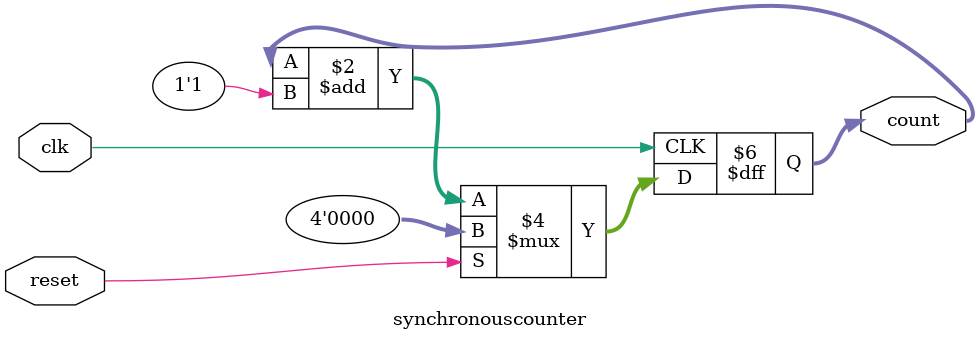
<source format=sv>
module synchronouscounter(clk,reset,count);
	input bit clk,reset;
	output bit [3:0] count;

        always_ff@(posedge clk)
        begin
                if(reset)
                        count <= 4'b0000;
                else
                        count <= count + 1'b1;
        end

endmodule
</source>
